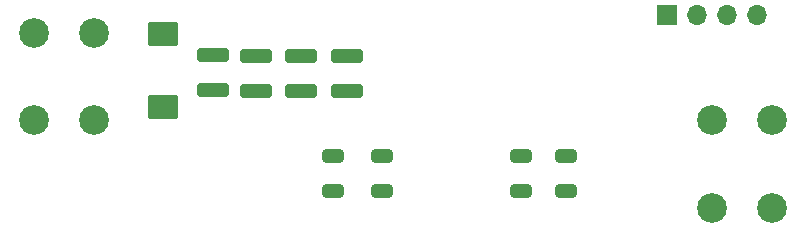
<source format=gbr>
%TF.GenerationSoftware,KiCad,Pcbnew,(6.0.0-0)*%
%TF.CreationDate,2022-06-13T23:55:57-07:00*%
%TF.ProjectId,max20499_breakout,6d617832-3034-4393-995f-627265616b6f,rev?*%
%TF.SameCoordinates,Original*%
%TF.FileFunction,Soldermask,Bot*%
%TF.FilePolarity,Negative*%
%FSLAX46Y46*%
G04 Gerber Fmt 4.6, Leading zero omitted, Abs format (unit mm)*
G04 Created by KiCad (PCBNEW (6.0.0-0)) date 2022-06-13 23:55:57*
%MOMM*%
%LPD*%
G01*
G04 APERTURE LIST*
G04 Aperture macros list*
%AMRoundRect*
0 Rectangle with rounded corners*
0 $1 Rounding radius*
0 $2 $3 $4 $5 $6 $7 $8 $9 X,Y pos of 4 corners*
0 Add a 4 corners polygon primitive as box body*
4,1,4,$2,$3,$4,$5,$6,$7,$8,$9,$2,$3,0*
0 Add four circle primitives for the rounded corners*
1,1,$1+$1,$2,$3*
1,1,$1+$1,$4,$5*
1,1,$1+$1,$6,$7*
1,1,$1+$1,$8,$9*
0 Add four rect primitives between the rounded corners*
20,1,$1+$1,$2,$3,$4,$5,0*
20,1,$1+$1,$4,$5,$6,$7,0*
20,1,$1+$1,$6,$7,$8,$9,0*
20,1,$1+$1,$8,$9,$2,$3,0*%
G04 Aperture macros list end*
%ADD10C,2.520000*%
%ADD11R,1.700000X1.700000*%
%ADD12O,1.700000X1.700000*%
%ADD13RoundRect,0.250000X-1.100000X0.325000X-1.100000X-0.325000X1.100000X-0.325000X1.100000X0.325000X0*%
%ADD14RoundRect,0.250000X0.650000X-0.325000X0.650000X0.325000X-0.650000X0.325000X-0.650000X-0.325000X0*%
%ADD15RoundRect,0.250000X-1.025000X0.787500X-1.025000X-0.787500X1.025000X-0.787500X1.025000X0.787500X0*%
G04 APERTURE END LIST*
D10*
%TO.C,J1*%
X96650000Y-97600000D03*
X101730000Y-97600000D03*
%TD*%
D11*
%TO.C,J3*%
X150240000Y-88760000D03*
D12*
X152780000Y-88760000D03*
X155320000Y-88760000D03*
X157860000Y-88760000D03*
%TD*%
D10*
%TO.C,J2*%
X96650000Y-90280000D03*
X101730000Y-90280000D03*
%TD*%
%TO.C,J4*%
X154060000Y-105040000D03*
X159140000Y-105040000D03*
%TD*%
%TO.C,J5*%
X154060000Y-97600000D03*
X159140000Y-97600000D03*
%TD*%
D13*
%TO.C,C19*%
X115480000Y-92177500D03*
X115480000Y-95127500D03*
%TD*%
D14*
%TO.C,C12*%
X121940000Y-103645000D03*
X121940000Y-100695000D03*
%TD*%
D13*
%TO.C,C18*%
X111790000Y-92127500D03*
X111790000Y-95077500D03*
%TD*%
D14*
%TO.C,C14*%
X126090000Y-103645000D03*
X126090000Y-100695000D03*
%TD*%
D15*
%TO.C,C17*%
X107560000Y-90300000D03*
X107560000Y-96525000D03*
%TD*%
D13*
%TO.C,C21*%
X123120000Y-92227500D03*
X123120000Y-95177500D03*
%TD*%
D14*
%TO.C,C13*%
X137860000Y-103645000D03*
X137860000Y-100695000D03*
%TD*%
%TO.C,C11*%
X141700000Y-103645000D03*
X141700000Y-100695000D03*
%TD*%
D13*
%TO.C,C20*%
X119230000Y-92227500D03*
X119230000Y-95177500D03*
%TD*%
M02*

</source>
